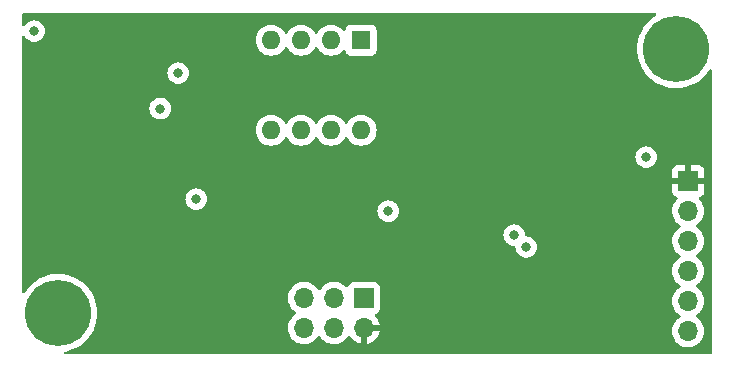
<source format=gbr>
%TF.GenerationSoftware,KiCad,Pcbnew,(6.0.1)*%
%TF.CreationDate,2022-03-15T19:28:32-04:00*%
%TF.ProjectId,WiFi-Board,57694669-2d42-46f6-9172-642e6b696361,rev?*%
%TF.SameCoordinates,Original*%
%TF.FileFunction,Copper,L2,Inr*%
%TF.FilePolarity,Positive*%
%FSLAX46Y46*%
G04 Gerber Fmt 4.6, Leading zero omitted, Abs format (unit mm)*
G04 Created by KiCad (PCBNEW (6.0.1)) date 2022-03-15 19:28:32*
%MOMM*%
%LPD*%
G01*
G04 APERTURE LIST*
%TA.AperFunction,ComponentPad*%
%ADD10R,1.700000X1.700000*%
%TD*%
%TA.AperFunction,ComponentPad*%
%ADD11O,1.700000X1.700000*%
%TD*%
%TA.AperFunction,ComponentPad*%
%ADD12C,5.600000*%
%TD*%
%TA.AperFunction,ComponentPad*%
%ADD13R,1.600000X1.600000*%
%TD*%
%TA.AperFunction,ComponentPad*%
%ADD14O,1.600000X1.600000*%
%TD*%
%TA.AperFunction,ViaPad*%
%ADD15C,0.800000*%
%TD*%
G04 APERTURE END LIST*
D10*
%TO.N,Net-(J1-Pad1)*%
%TO.C,J1*%
X130033000Y-124709000D03*
D11*
%TO.N,+3V3*%
X130033000Y-127249000D03*
%TO.N,unconnected-(J1-Pad3)*%
X127493000Y-124709000D03*
%TO.N,unconnected-(J1-Pad4)*%
X127493000Y-127249000D03*
%TO.N,unconnected-(J1-Pad5)*%
X124953000Y-124709000D03*
%TO.N,GND*%
X124953000Y-127249000D03*
%TD*%
D12*
%TO.N,GND*%
%TO.C,REF\u002A\u002A*%
X104140000Y-125984000D03*
%TD*%
%TO.N,GND*%
%TO.C,REF\u002A\u002A*%
X156464000Y-103632000D03*
%TD*%
D13*
%TO.N,/SW1*%
%TO.C,SW1*%
X129784000Y-102880000D03*
D14*
%TO.N,/SW2*%
X127244000Y-102880000D03*
%TO.N,/SW3*%
X124704000Y-102880000D03*
%TO.N,/SW4*%
X122164000Y-102880000D03*
%TO.N,Net-(R4-Pad2)*%
X122164000Y-110500000D03*
X124704000Y-110500000D03*
X127244000Y-110500000D03*
X129784000Y-110500000D03*
%TD*%
D10*
%TO.N,+3V3*%
%TO.C,J2*%
X157480000Y-114808000D03*
D11*
%TO.N,/MISO*%
X157480000Y-117348000D03*
%TO.N,/MOSI*%
X157480000Y-119888000D03*
%TO.N,/SCK*%
X157480000Y-122428000D03*
%TO.N,/~{SS}*%
X157480000Y-124968000D03*
%TO.N,GND*%
X157480000Y-127508000D03*
%TD*%
D15*
%TO.N,+3V3*%
X151384000Y-125476000D03*
X111760000Y-121412000D03*
X122936000Y-117348000D03*
X131572000Y-118872000D03*
X117348000Y-121412000D03*
X103632000Y-102108000D03*
X114808000Y-121412000D03*
%TO.N,GND*%
X115824000Y-116332000D03*
X102108000Y-102108000D03*
X132080000Y-117348000D03*
%TO.N,/MISO*%
X153924000Y-112776000D03*
%TO.N,/CTS*%
X142748000Y-119380000D03*
%TO.N,/RTS*%
X143764000Y-120396000D03*
%TO.N,/UART2*%
X114300000Y-105664000D03*
%TO.N,/UART1*%
X112776000Y-108677313D03*
%TD*%
%TA.AperFunction,Conductor*%
%TO.N,+3V3*%
G36*
X154726532Y-100604002D02*
G01*
X154773025Y-100657658D01*
X154783129Y-100727932D01*
X154753635Y-100792512D01*
X154723117Y-100818116D01*
X154611193Y-100885101D01*
X154608467Y-100887163D01*
X154608465Y-100887164D01*
X154602620Y-100891585D01*
X154325367Y-101101270D01*
X154064559Y-101347043D01*
X153831819Y-101619546D01*
X153829900Y-101622358D01*
X153829897Y-101622363D01*
X153772874Y-101705956D01*
X153629871Y-101915591D01*
X153461077Y-102231714D01*
X153327411Y-102564218D01*
X153326491Y-102567492D01*
X153326489Y-102567497D01*
X153232520Y-102901803D01*
X153230437Y-102909213D01*
X153171290Y-103262663D01*
X153150661Y-103620434D01*
X153150833Y-103623829D01*
X153150833Y-103623830D01*
X153158869Y-103782460D01*
X153168792Y-103978340D01*
X153169329Y-103981695D01*
X153169330Y-103981701D01*
X153190794Y-104115707D01*
X153225470Y-104332195D01*
X153320033Y-104677859D01*
X153451374Y-105011288D01*
X153452957Y-105014303D01*
X153602284Y-105298729D01*
X153617957Y-105328582D01*
X153619858Y-105331411D01*
X153619864Y-105331421D01*
X153720133Y-105480635D01*
X153817834Y-105626029D01*
X154048665Y-105900150D01*
X154307751Y-106147738D01*
X154592061Y-106365897D01*
X154624056Y-106385350D01*
X154895355Y-106550303D01*
X154895360Y-106550306D01*
X154898270Y-106552075D01*
X154901358Y-106553521D01*
X154901357Y-106553521D01*
X155219710Y-106702649D01*
X155219720Y-106702653D01*
X155222794Y-106704093D01*
X155226012Y-106705195D01*
X155226015Y-106705196D01*
X155558615Y-106819071D01*
X155558623Y-106819073D01*
X155561838Y-106820174D01*
X155911435Y-106898959D01*
X155963728Y-106904917D01*
X156264114Y-106939142D01*
X156264122Y-106939142D01*
X156267497Y-106939527D01*
X156270901Y-106939545D01*
X156270904Y-106939545D01*
X156465227Y-106940562D01*
X156625857Y-106941403D01*
X156629243Y-106941053D01*
X156629245Y-106941053D01*
X156978932Y-106904917D01*
X156978941Y-106904916D01*
X156982324Y-106904566D01*
X156985657Y-106903852D01*
X156985660Y-106903851D01*
X157158186Y-106866864D01*
X157332727Y-106829446D01*
X157672968Y-106716922D01*
X157999066Y-106568311D01*
X158093052Y-106512506D01*
X158304262Y-106387099D01*
X158304267Y-106387096D01*
X158307207Y-106385350D01*
X158593786Y-106170180D01*
X158855451Y-105925319D01*
X159089140Y-105653630D01*
X159262160Y-105401884D01*
X159317228Y-105357073D01*
X159387781Y-105349148D01*
X159451419Y-105380625D01*
X159487936Y-105441510D01*
X159492000Y-105473251D01*
X159492000Y-129366000D01*
X159471998Y-129434121D01*
X159418342Y-129480614D01*
X159366000Y-129492000D01*
X104748953Y-129492000D01*
X104680832Y-129471998D01*
X104634339Y-129418342D01*
X104624235Y-129348068D01*
X104653729Y-129283488D01*
X104713455Y-129245104D01*
X104722541Y-129242799D01*
X105008727Y-129181446D01*
X105348968Y-129068922D01*
X105675066Y-128920311D01*
X105775742Y-128860534D01*
X105980262Y-128739099D01*
X105980267Y-128739096D01*
X105983207Y-128737350D01*
X105986696Y-128734731D01*
X106152692Y-128610097D01*
X106269786Y-128522180D01*
X106531451Y-128277319D01*
X106765140Y-128005630D01*
X106871750Y-127850512D01*
X106966190Y-127713101D01*
X106966195Y-127713094D01*
X106968120Y-127710292D01*
X106969732Y-127707298D01*
X106969737Y-127707290D01*
X107136395Y-127397772D01*
X107138017Y-127394760D01*
X107210727Y-127215695D01*
X123590251Y-127215695D01*
X123603110Y-127438715D01*
X123604247Y-127443761D01*
X123604248Y-127443767D01*
X123620651Y-127516548D01*
X123652222Y-127656639D01*
X123736266Y-127863616D01*
X123786863Y-127946183D01*
X123850291Y-128049688D01*
X123852987Y-128054088D01*
X123999250Y-128222938D01*
X124171126Y-128365632D01*
X124364000Y-128478338D01*
X124572692Y-128558030D01*
X124577760Y-128559061D01*
X124577763Y-128559062D01*
X124672862Y-128578410D01*
X124791597Y-128602567D01*
X124796772Y-128602757D01*
X124796774Y-128602757D01*
X125009673Y-128610564D01*
X125009677Y-128610564D01*
X125014837Y-128610753D01*
X125019957Y-128610097D01*
X125019959Y-128610097D01*
X125231288Y-128583025D01*
X125231289Y-128583025D01*
X125236416Y-128582368D01*
X125241366Y-128580883D01*
X125445429Y-128519661D01*
X125445434Y-128519659D01*
X125450384Y-128518174D01*
X125650994Y-128419896D01*
X125832860Y-128290173D01*
X125991096Y-128132489D01*
X125998191Y-128122616D01*
X126121453Y-127951077D01*
X126122776Y-127952028D01*
X126169645Y-127908857D01*
X126239580Y-127896625D01*
X126305026Y-127924144D01*
X126332875Y-127955994D01*
X126392987Y-128054088D01*
X126539250Y-128222938D01*
X126711126Y-128365632D01*
X126904000Y-128478338D01*
X127112692Y-128558030D01*
X127117760Y-128559061D01*
X127117763Y-128559062D01*
X127212862Y-128578410D01*
X127331597Y-128602567D01*
X127336772Y-128602757D01*
X127336774Y-128602757D01*
X127549673Y-128610564D01*
X127549677Y-128610564D01*
X127554837Y-128610753D01*
X127559957Y-128610097D01*
X127559959Y-128610097D01*
X127771288Y-128583025D01*
X127771289Y-128583025D01*
X127776416Y-128582368D01*
X127781366Y-128580883D01*
X127985429Y-128519661D01*
X127985434Y-128519659D01*
X127990384Y-128518174D01*
X128190994Y-128419896D01*
X128372860Y-128290173D01*
X128531096Y-128132489D01*
X128538191Y-128122616D01*
X128661453Y-127951077D01*
X128662640Y-127951930D01*
X128709960Y-127908362D01*
X128779897Y-127896145D01*
X128845338Y-127923678D01*
X128873166Y-127955511D01*
X128930694Y-128049388D01*
X128936777Y-128057699D01*
X129076213Y-128218667D01*
X129083580Y-128225883D01*
X129247434Y-128361916D01*
X129255881Y-128367831D01*
X129439756Y-128475279D01*
X129449042Y-128479729D01*
X129648001Y-128555703D01*
X129657899Y-128558579D01*
X129761250Y-128579606D01*
X129775299Y-128578410D01*
X129779000Y-128568065D01*
X129779000Y-128567517D01*
X130287000Y-128567517D01*
X130291064Y-128581359D01*
X130304478Y-128583393D01*
X130311184Y-128582534D01*
X130321262Y-128580392D01*
X130525255Y-128519191D01*
X130534842Y-128515433D01*
X130726095Y-128421739D01*
X130734945Y-128416464D01*
X130908328Y-128292792D01*
X130916200Y-128286139D01*
X131067052Y-128135812D01*
X131073730Y-128127965D01*
X131198003Y-127955020D01*
X131203313Y-127946183D01*
X131297670Y-127755267D01*
X131301469Y-127745672D01*
X131363377Y-127541910D01*
X131365555Y-127531837D01*
X131366986Y-127520962D01*
X131364775Y-127506778D01*
X131351617Y-127503000D01*
X130305115Y-127503000D01*
X130289876Y-127507475D01*
X130288671Y-127508865D01*
X130287000Y-127516548D01*
X130287000Y-128567517D01*
X129779000Y-128567517D01*
X129779000Y-127474695D01*
X156117251Y-127474695D01*
X156117548Y-127479848D01*
X156117548Y-127479851D01*
X156123011Y-127574590D01*
X156130110Y-127697715D01*
X156131247Y-127702761D01*
X156131248Y-127702767D01*
X156142076Y-127750811D01*
X156179222Y-127915639D01*
X156263266Y-128122616D01*
X156271552Y-128136137D01*
X156367550Y-128292792D01*
X156379987Y-128313088D01*
X156526250Y-128481938D01*
X156698126Y-128624632D01*
X156891000Y-128737338D01*
X157099692Y-128817030D01*
X157104760Y-128818061D01*
X157104763Y-128818062D01*
X157212017Y-128839883D01*
X157318597Y-128861567D01*
X157323772Y-128861757D01*
X157323774Y-128861757D01*
X157536673Y-128869564D01*
X157536677Y-128869564D01*
X157541837Y-128869753D01*
X157546957Y-128869097D01*
X157546959Y-128869097D01*
X157758288Y-128842025D01*
X157758289Y-128842025D01*
X157763416Y-128841368D01*
X157768366Y-128839883D01*
X157972429Y-128778661D01*
X157972434Y-128778659D01*
X157977384Y-128777174D01*
X158177994Y-128678896D01*
X158359860Y-128549173D01*
X158384897Y-128524224D01*
X158441209Y-128468107D01*
X158518096Y-128391489D01*
X158577594Y-128308689D01*
X158645435Y-128214277D01*
X158648453Y-128210077D01*
X158688874Y-128128292D01*
X158745136Y-128014453D01*
X158745137Y-128014451D01*
X158747430Y-128009811D01*
X158812370Y-127796069D01*
X158841529Y-127574590D01*
X158841611Y-127571240D01*
X158843074Y-127511365D01*
X158843074Y-127511361D01*
X158843156Y-127508000D01*
X158824852Y-127285361D01*
X158770431Y-127068702D01*
X158681354Y-126863840D01*
X158584883Y-126714718D01*
X158562822Y-126680617D01*
X158562820Y-126680614D01*
X158560014Y-126676277D01*
X158409670Y-126511051D01*
X158405619Y-126507852D01*
X158405615Y-126507848D01*
X158238414Y-126375800D01*
X158238410Y-126375798D01*
X158234359Y-126372598D01*
X158193053Y-126349796D01*
X158143084Y-126299364D01*
X158128312Y-126229921D01*
X158153428Y-126163516D01*
X158180780Y-126136909D01*
X158247908Y-126089027D01*
X158359860Y-126009173D01*
X158363721Y-126005326D01*
X158464883Y-125904516D01*
X158518096Y-125851489D01*
X158577594Y-125768689D01*
X158645435Y-125674277D01*
X158648453Y-125670077D01*
X158662172Y-125642320D01*
X158745136Y-125474453D01*
X158745137Y-125474451D01*
X158747430Y-125469811D01*
X158812370Y-125256069D01*
X158841529Y-125034590D01*
X158843156Y-124968000D01*
X158824852Y-124745361D01*
X158770431Y-124528702D01*
X158681354Y-124323840D01*
X158560014Y-124136277D01*
X158409670Y-123971051D01*
X158405619Y-123967852D01*
X158405615Y-123967848D01*
X158238414Y-123835800D01*
X158238410Y-123835798D01*
X158234359Y-123832598D01*
X158193053Y-123809796D01*
X158143084Y-123759364D01*
X158128312Y-123689921D01*
X158153428Y-123623516D01*
X158180780Y-123596909D01*
X158242173Y-123553118D01*
X158359860Y-123469173D01*
X158365140Y-123463912D01*
X158476640Y-123352800D01*
X158518096Y-123311489D01*
X158570067Y-123239164D01*
X158645435Y-123134277D01*
X158648453Y-123130077D01*
X158682971Y-123060236D01*
X158745136Y-122934453D01*
X158745137Y-122934451D01*
X158747430Y-122929811D01*
X158812370Y-122716069D01*
X158841529Y-122494590D01*
X158843156Y-122428000D01*
X158824852Y-122205361D01*
X158770431Y-121988702D01*
X158681354Y-121783840D01*
X158560014Y-121596277D01*
X158409670Y-121431051D01*
X158405619Y-121427852D01*
X158405615Y-121427848D01*
X158238414Y-121295800D01*
X158238410Y-121295798D01*
X158234359Y-121292598D01*
X158193053Y-121269796D01*
X158143084Y-121219364D01*
X158128312Y-121149921D01*
X158153428Y-121083516D01*
X158180780Y-121056909D01*
X158224603Y-121025650D01*
X158359860Y-120929173D01*
X158518096Y-120771489D01*
X158577594Y-120688689D01*
X158645435Y-120594277D01*
X158648453Y-120590077D01*
X158741738Y-120401329D01*
X158745136Y-120394453D01*
X158745137Y-120394451D01*
X158747430Y-120389811D01*
X158812370Y-120176069D01*
X158841529Y-119954590D01*
X158843156Y-119888000D01*
X158824852Y-119665361D01*
X158770431Y-119448702D01*
X158681354Y-119243840D01*
X158560014Y-119056277D01*
X158409670Y-118891051D01*
X158405619Y-118887852D01*
X158405615Y-118887848D01*
X158238414Y-118755800D01*
X158238410Y-118755798D01*
X158234359Y-118752598D01*
X158193053Y-118729796D01*
X158143084Y-118679364D01*
X158128312Y-118609921D01*
X158153428Y-118543516D01*
X158180780Y-118516909D01*
X158244441Y-118471500D01*
X158359860Y-118389173D01*
X158518096Y-118231489D01*
X158527670Y-118218166D01*
X158645435Y-118054277D01*
X158648453Y-118050077D01*
X158658006Y-118030749D01*
X158745136Y-117854453D01*
X158745137Y-117854451D01*
X158747430Y-117849811D01*
X158812370Y-117636069D01*
X158841529Y-117414590D01*
X158843156Y-117348000D01*
X158824852Y-117125361D01*
X158770431Y-116908702D01*
X158681354Y-116703840D01*
X158641906Y-116642862D01*
X158562822Y-116520617D01*
X158562820Y-116520614D01*
X158560014Y-116516277D01*
X158556540Y-116512459D01*
X158556533Y-116512450D01*
X158412435Y-116354088D01*
X158381383Y-116290242D01*
X158389779Y-116219744D01*
X158434956Y-116164976D01*
X158461400Y-116151307D01*
X158568052Y-116111325D01*
X158583649Y-116102786D01*
X158685724Y-116026285D01*
X158698285Y-116013724D01*
X158774786Y-115911649D01*
X158783324Y-115896054D01*
X158828478Y-115775606D01*
X158832105Y-115760351D01*
X158837631Y-115709486D01*
X158838000Y-115702672D01*
X158838000Y-115080115D01*
X158833525Y-115064876D01*
X158832135Y-115063671D01*
X158824452Y-115062000D01*
X156140116Y-115062000D01*
X156124877Y-115066475D01*
X156123672Y-115067865D01*
X156122001Y-115075548D01*
X156122001Y-115702669D01*
X156122371Y-115709490D01*
X156127895Y-115760352D01*
X156131521Y-115775604D01*
X156176676Y-115896054D01*
X156185214Y-115911649D01*
X156261715Y-116013724D01*
X156274276Y-116026285D01*
X156376351Y-116102786D01*
X156391946Y-116111324D01*
X156500827Y-116152142D01*
X156557591Y-116194784D01*
X156582291Y-116261345D01*
X156567083Y-116330694D01*
X156547691Y-116357175D01*
X156432387Y-116477834D01*
X156420629Y-116490138D01*
X156294743Y-116674680D01*
X156200688Y-116877305D01*
X156140989Y-117092570D01*
X156117251Y-117314695D01*
X156117548Y-117319848D01*
X156117548Y-117319851D01*
X156123011Y-117414590D01*
X156130110Y-117537715D01*
X156131247Y-117542761D01*
X156131248Y-117542767D01*
X156151119Y-117630939D01*
X156179222Y-117755639D01*
X156263266Y-117962616D01*
X156265965Y-117967020D01*
X156373072Y-118141803D01*
X156379987Y-118153088D01*
X156526250Y-118321938D01*
X156698126Y-118464632D01*
X156768595Y-118505811D01*
X156771445Y-118507476D01*
X156820169Y-118559114D01*
X156833240Y-118628897D01*
X156806509Y-118694669D01*
X156766055Y-118728027D01*
X156753607Y-118734507D01*
X156749474Y-118737610D01*
X156749471Y-118737612D01*
X156609033Y-118843056D01*
X156574965Y-118868635D01*
X156420629Y-119030138D01*
X156294743Y-119214680D01*
X156279003Y-119248590D01*
X156221052Y-119373435D01*
X156200688Y-119417305D01*
X156140989Y-119632570D01*
X156117251Y-119854695D01*
X156117548Y-119859848D01*
X156117548Y-119859851D01*
X156123011Y-119954590D01*
X156130110Y-120077715D01*
X156131247Y-120082761D01*
X156131248Y-120082767D01*
X156151765Y-120173803D01*
X156179222Y-120295639D01*
X156263266Y-120502616D01*
X156379987Y-120693088D01*
X156526250Y-120861938D01*
X156698126Y-121004632D01*
X156768595Y-121045811D01*
X156771445Y-121047476D01*
X156820169Y-121099114D01*
X156833240Y-121168897D01*
X156806509Y-121234669D01*
X156766055Y-121268027D01*
X156753607Y-121274507D01*
X156749474Y-121277610D01*
X156749471Y-121277612D01*
X156725247Y-121295800D01*
X156574965Y-121408635D01*
X156420629Y-121570138D01*
X156294743Y-121754680D01*
X156200688Y-121957305D01*
X156140989Y-122172570D01*
X156117251Y-122394695D01*
X156117548Y-122399848D01*
X156117548Y-122399851D01*
X156123011Y-122494590D01*
X156130110Y-122617715D01*
X156131247Y-122622761D01*
X156131248Y-122622767D01*
X156143061Y-122675182D01*
X156179222Y-122835639D01*
X156263266Y-123042616D01*
X156379987Y-123233088D01*
X156526250Y-123401938D01*
X156698126Y-123544632D01*
X156747696Y-123573598D01*
X156771445Y-123587476D01*
X156820169Y-123639114D01*
X156833240Y-123708897D01*
X156806509Y-123774669D01*
X156766055Y-123808027D01*
X156753607Y-123814507D01*
X156749474Y-123817610D01*
X156749471Y-123817612D01*
X156579100Y-123945530D01*
X156574965Y-123948635D01*
X156544279Y-123980746D01*
X156466830Y-124061792D01*
X156420629Y-124110138D01*
X156417715Y-124114410D01*
X156417714Y-124114411D01*
X156345409Y-124220406D01*
X156294743Y-124294680D01*
X156279003Y-124328590D01*
X156218605Y-124458707D01*
X156200688Y-124497305D01*
X156140989Y-124712570D01*
X156117251Y-124934695D01*
X156117548Y-124939848D01*
X156117548Y-124939851D01*
X156123011Y-125034590D01*
X156130110Y-125157715D01*
X156131247Y-125162761D01*
X156131248Y-125162767D01*
X156138891Y-125196680D01*
X156179222Y-125375639D01*
X156263266Y-125582616D01*
X156287888Y-125622795D01*
X156365945Y-125750173D01*
X156379987Y-125773088D01*
X156526250Y-125941938D01*
X156698126Y-126084632D01*
X156768595Y-126125811D01*
X156771445Y-126127476D01*
X156820169Y-126179114D01*
X156833240Y-126248897D01*
X156806509Y-126314669D01*
X156766055Y-126348027D01*
X156753607Y-126354507D01*
X156749474Y-126357610D01*
X156749471Y-126357612D01*
X156663813Y-126421926D01*
X156574965Y-126488635D01*
X156571393Y-126492373D01*
X156459164Y-126609814D01*
X156420629Y-126650138D01*
X156417715Y-126654410D01*
X156417714Y-126654411D01*
X156345409Y-126760406D01*
X156294743Y-126834680D01*
X156279003Y-126868590D01*
X156218605Y-126998707D01*
X156200688Y-127037305D01*
X156140989Y-127252570D01*
X156117251Y-127474695D01*
X129779000Y-127474695D01*
X129779000Y-127121000D01*
X129799002Y-127052879D01*
X129852658Y-127006386D01*
X129905000Y-126995000D01*
X131351344Y-126995000D01*
X131364875Y-126991027D01*
X131366180Y-126981947D01*
X131324214Y-126814875D01*
X131320894Y-126805124D01*
X131235972Y-126609814D01*
X131231105Y-126600739D01*
X131115426Y-126421926D01*
X131109136Y-126413757D01*
X130965293Y-126255677D01*
X130934241Y-126191831D01*
X130942635Y-126121333D01*
X130987812Y-126066564D01*
X131014256Y-126052895D01*
X131121297Y-126012767D01*
X131129705Y-126009615D01*
X131246261Y-125922261D01*
X131333615Y-125805705D01*
X131384745Y-125669316D01*
X131391500Y-125607134D01*
X131391500Y-123810866D01*
X131384745Y-123748684D01*
X131333615Y-123612295D01*
X131246261Y-123495739D01*
X131129705Y-123408385D01*
X130993316Y-123357255D01*
X130931134Y-123350500D01*
X129134866Y-123350500D01*
X129072684Y-123357255D01*
X128936295Y-123408385D01*
X128819739Y-123495739D01*
X128732385Y-123612295D01*
X128729233Y-123620703D01*
X128687919Y-123730907D01*
X128645277Y-123787671D01*
X128578716Y-123812371D01*
X128509367Y-123797163D01*
X128476743Y-123771476D01*
X128426151Y-123715875D01*
X128426142Y-123715866D01*
X128422670Y-123712051D01*
X128418619Y-123708852D01*
X128418615Y-123708848D01*
X128251414Y-123576800D01*
X128251410Y-123576798D01*
X128247359Y-123573598D01*
X128051789Y-123465638D01*
X128046920Y-123463914D01*
X128046916Y-123463912D01*
X127846087Y-123392795D01*
X127846083Y-123392794D01*
X127841212Y-123391069D01*
X127836119Y-123390162D01*
X127836116Y-123390161D01*
X127626373Y-123352800D01*
X127626367Y-123352799D01*
X127621284Y-123351894D01*
X127547452Y-123350992D01*
X127403081Y-123349228D01*
X127403079Y-123349228D01*
X127397911Y-123349165D01*
X127177091Y-123382955D01*
X126964756Y-123452357D01*
X126934443Y-123468137D01*
X126787498Y-123544632D01*
X126766607Y-123555507D01*
X126762474Y-123558610D01*
X126762471Y-123558612D01*
X126592100Y-123686530D01*
X126587965Y-123689635D01*
X126554515Y-123724638D01*
X126453730Y-123830104D01*
X126433629Y-123851138D01*
X126326201Y-124008621D01*
X126271293Y-124053621D01*
X126200768Y-124061792D01*
X126137021Y-124030538D01*
X126116324Y-124006054D01*
X126035822Y-123881617D01*
X126035820Y-123881614D01*
X126033014Y-123877277D01*
X125882670Y-123712051D01*
X125878619Y-123708852D01*
X125878615Y-123708848D01*
X125711414Y-123576800D01*
X125711410Y-123576798D01*
X125707359Y-123573598D01*
X125511789Y-123465638D01*
X125506920Y-123463914D01*
X125506916Y-123463912D01*
X125306087Y-123392795D01*
X125306083Y-123392794D01*
X125301212Y-123391069D01*
X125296119Y-123390162D01*
X125296116Y-123390161D01*
X125086373Y-123352800D01*
X125086367Y-123352799D01*
X125081284Y-123351894D01*
X125007452Y-123350992D01*
X124863081Y-123349228D01*
X124863079Y-123349228D01*
X124857911Y-123349165D01*
X124637091Y-123382955D01*
X124424756Y-123452357D01*
X124394443Y-123468137D01*
X124247498Y-123544632D01*
X124226607Y-123555507D01*
X124222474Y-123558610D01*
X124222471Y-123558612D01*
X124052100Y-123686530D01*
X124047965Y-123689635D01*
X124014515Y-123724638D01*
X123913730Y-123830104D01*
X123893629Y-123851138D01*
X123767743Y-124035680D01*
X123673688Y-124238305D01*
X123613989Y-124453570D01*
X123590251Y-124675695D01*
X123603110Y-124898715D01*
X123604247Y-124903761D01*
X123604248Y-124903767D01*
X123628304Y-125010508D01*
X123652222Y-125116639D01*
X123736266Y-125323616D01*
X123773685Y-125384678D01*
X123850291Y-125509688D01*
X123852987Y-125514088D01*
X123999250Y-125682938D01*
X124171126Y-125825632D01*
X124208193Y-125847292D01*
X124244445Y-125868476D01*
X124293169Y-125920114D01*
X124306240Y-125989897D01*
X124279509Y-126055669D01*
X124239055Y-126089027D01*
X124226607Y-126095507D01*
X124222474Y-126098610D01*
X124222471Y-126098612D01*
X124052100Y-126226530D01*
X124047965Y-126229635D01*
X124014515Y-126264638D01*
X123913730Y-126370104D01*
X123893629Y-126391138D01*
X123767743Y-126575680D01*
X123673688Y-126778305D01*
X123613989Y-126993570D01*
X123590251Y-127215695D01*
X107210727Y-127215695D01*
X107272842Y-127062724D01*
X107275647Y-127052879D01*
X107329496Y-126863840D01*
X107371020Y-126718070D01*
X107378817Y-126672457D01*
X107430829Y-126368175D01*
X107430829Y-126368173D01*
X107431401Y-126364828D01*
X107431843Y-126357612D01*
X107453168Y-126008928D01*
X107453278Y-126007131D01*
X107453330Y-125992357D01*
X107453353Y-125985819D01*
X107453353Y-125985806D01*
X107453359Y-125984000D01*
X107433979Y-125626159D01*
X107376066Y-125272505D01*
X107280297Y-124927173D01*
X107275938Y-124916218D01*
X107149052Y-124597369D01*
X107147793Y-124594205D01*
X107094001Y-124492610D01*
X106981702Y-124280513D01*
X106981698Y-124280506D01*
X106980103Y-124277494D01*
X106779190Y-123980746D01*
X106547403Y-123707432D01*
X106287454Y-123460750D01*
X106002384Y-123243585D01*
X105999472Y-123241828D01*
X105999467Y-123241825D01*
X105698443Y-123060236D01*
X105698437Y-123060233D01*
X105695528Y-123058478D01*
X105428340Y-122934453D01*
X105373571Y-122909030D01*
X105373569Y-122909029D01*
X105370475Y-122907593D01*
X105157895Y-122835639D01*
X105034255Y-122793789D01*
X105034250Y-122793788D01*
X105031028Y-122792697D01*
X104832681Y-122748724D01*
X104684493Y-122715871D01*
X104684487Y-122715870D01*
X104681158Y-122715132D01*
X104677769Y-122714758D01*
X104677764Y-122714757D01*
X104328338Y-122676180D01*
X104328333Y-122676180D01*
X104324957Y-122675807D01*
X104321558Y-122675801D01*
X104321557Y-122675801D01*
X104152080Y-122675505D01*
X103966592Y-122675182D01*
X103853413Y-122687277D01*
X103613639Y-122712901D01*
X103613631Y-122712902D01*
X103610256Y-122713263D01*
X103260117Y-122789606D01*
X102920271Y-122903317D01*
X102917178Y-122904739D01*
X102917177Y-122904740D01*
X102910974Y-122907593D01*
X102594694Y-123053066D01*
X102591760Y-123054822D01*
X102591758Y-123054823D01*
X102466018Y-123130077D01*
X102287193Y-123237101D01*
X102284467Y-123239163D01*
X102284465Y-123239164D01*
X102135410Y-123351894D01*
X102001367Y-123453270D01*
X101998882Y-123455612D01*
X101998877Y-123455616D01*
X101962010Y-123490358D01*
X101740559Y-123699043D01*
X101738347Y-123701633D01*
X101738345Y-123701635D01*
X101704481Y-123741285D01*
X101507819Y-123971546D01*
X101505900Y-123974358D01*
X101505897Y-123974363D01*
X101465113Y-124034150D01*
X101338059Y-124220406D01*
X101322088Y-124243818D01*
X101267177Y-124288821D01*
X101196652Y-124296992D01*
X101132905Y-124265738D01*
X101096175Y-124204981D01*
X101092000Y-124172814D01*
X101092000Y-119380000D01*
X141834496Y-119380000D01*
X141835186Y-119386565D01*
X141849824Y-119525834D01*
X141854458Y-119569928D01*
X141913473Y-119751556D01*
X142008960Y-119916944D01*
X142013378Y-119921851D01*
X142013379Y-119921852D01*
X142045844Y-119957908D01*
X142136747Y-120058866D01*
X142291248Y-120171118D01*
X142297276Y-120173802D01*
X142297278Y-120173803D01*
X142369756Y-120206072D01*
X142465712Y-120248794D01*
X142559112Y-120268647D01*
X142646056Y-120287128D01*
X142646061Y-120287128D01*
X142652513Y-120288500D01*
X142725746Y-120288500D01*
X142793867Y-120308502D01*
X142840360Y-120362158D01*
X142851056Y-120401329D01*
X142862165Y-120507020D01*
X142870458Y-120585928D01*
X142929473Y-120767556D01*
X143024960Y-120932944D01*
X143029378Y-120937851D01*
X143029379Y-120937852D01*
X143148325Y-121069955D01*
X143152747Y-121074866D01*
X143307248Y-121187118D01*
X143313276Y-121189802D01*
X143313278Y-121189803D01*
X143475681Y-121262109D01*
X143481712Y-121264794D01*
X143542016Y-121277612D01*
X143662056Y-121303128D01*
X143662061Y-121303128D01*
X143668513Y-121304500D01*
X143859487Y-121304500D01*
X143865939Y-121303128D01*
X143865944Y-121303128D01*
X143985984Y-121277612D01*
X144046288Y-121264794D01*
X144052319Y-121262109D01*
X144214722Y-121189803D01*
X144214724Y-121189802D01*
X144220752Y-121187118D01*
X144375253Y-121074866D01*
X144379675Y-121069955D01*
X144498621Y-120937852D01*
X144498622Y-120937851D01*
X144503040Y-120932944D01*
X144598527Y-120767556D01*
X144657542Y-120585928D01*
X144665836Y-120507020D01*
X144676814Y-120402565D01*
X144677504Y-120396000D01*
X144666426Y-120290596D01*
X144658232Y-120212635D01*
X144658232Y-120212633D01*
X144657542Y-120206072D01*
X144598527Y-120024444D01*
X144503040Y-119859056D01*
X144375253Y-119717134D01*
X144220752Y-119604882D01*
X144214724Y-119602198D01*
X144214722Y-119602197D01*
X144052319Y-119529891D01*
X144052318Y-119529891D01*
X144046288Y-119527206D01*
X143952887Y-119507353D01*
X143865944Y-119488872D01*
X143865939Y-119488872D01*
X143859487Y-119487500D01*
X143786254Y-119487500D01*
X143718133Y-119467498D01*
X143671640Y-119413842D01*
X143660944Y-119374671D01*
X143642232Y-119196634D01*
X143642231Y-119196631D01*
X143641542Y-119190072D01*
X143582527Y-119008444D01*
X143487040Y-118843056D01*
X143408475Y-118755800D01*
X143363675Y-118706045D01*
X143363674Y-118706044D01*
X143359253Y-118701134D01*
X143247303Y-118619797D01*
X143210094Y-118592763D01*
X143210093Y-118592762D01*
X143204752Y-118588882D01*
X143198724Y-118586198D01*
X143198722Y-118586197D01*
X143036319Y-118513891D01*
X143036318Y-118513891D01*
X143030288Y-118511206D01*
X142936887Y-118491353D01*
X142849944Y-118472872D01*
X142849939Y-118472872D01*
X142843487Y-118471500D01*
X142652513Y-118471500D01*
X142646061Y-118472872D01*
X142646056Y-118472872D01*
X142559113Y-118491353D01*
X142465712Y-118511206D01*
X142459682Y-118513891D01*
X142459681Y-118513891D01*
X142297278Y-118586197D01*
X142297276Y-118586198D01*
X142291248Y-118588882D01*
X142285907Y-118592762D01*
X142285906Y-118592763D01*
X142248697Y-118619797D01*
X142136747Y-118701134D01*
X142132326Y-118706044D01*
X142132325Y-118706045D01*
X142087526Y-118755800D01*
X142008960Y-118843056D01*
X141913473Y-119008444D01*
X141854458Y-119190072D01*
X141853768Y-119196633D01*
X141853768Y-119196635D01*
X141835186Y-119373435D01*
X141834496Y-119380000D01*
X101092000Y-119380000D01*
X101092000Y-117348000D01*
X131166496Y-117348000D01*
X131167186Y-117354565D01*
X131173844Y-117417908D01*
X131186458Y-117537928D01*
X131245473Y-117719556D01*
X131248776Y-117725278D01*
X131248777Y-117725279D01*
X131269069Y-117760425D01*
X131340960Y-117884944D01*
X131468747Y-118026866D01*
X131623248Y-118139118D01*
X131629276Y-118141802D01*
X131629278Y-118141803D01*
X131654625Y-118153088D01*
X131797712Y-118216794D01*
X131884009Y-118235137D01*
X131978056Y-118255128D01*
X131978061Y-118255128D01*
X131984513Y-118256500D01*
X132175487Y-118256500D01*
X132181939Y-118255128D01*
X132181944Y-118255128D01*
X132275991Y-118235137D01*
X132362288Y-118216794D01*
X132505375Y-118153088D01*
X132530722Y-118141803D01*
X132530724Y-118141802D01*
X132536752Y-118139118D01*
X132691253Y-118026866D01*
X132819040Y-117884944D01*
X132890931Y-117760425D01*
X132911223Y-117725279D01*
X132911224Y-117725278D01*
X132914527Y-117719556D01*
X132973542Y-117537928D01*
X132986157Y-117417908D01*
X132992814Y-117354565D01*
X132993504Y-117348000D01*
X132989464Y-117309562D01*
X132974232Y-117164635D01*
X132974232Y-117164633D01*
X132973542Y-117158072D01*
X132914527Y-116976444D01*
X132819040Y-116811056D01*
X132722503Y-116703840D01*
X132695675Y-116674045D01*
X132695674Y-116674044D01*
X132691253Y-116669134D01*
X132536752Y-116556882D01*
X132530724Y-116554198D01*
X132530722Y-116554197D01*
X132368319Y-116481891D01*
X132368318Y-116481891D01*
X132362288Y-116479206D01*
X132268887Y-116459353D01*
X132181944Y-116440872D01*
X132181939Y-116440872D01*
X132175487Y-116439500D01*
X131984513Y-116439500D01*
X131978061Y-116440872D01*
X131978056Y-116440872D01*
X131891113Y-116459353D01*
X131797712Y-116479206D01*
X131791682Y-116481891D01*
X131791681Y-116481891D01*
X131629278Y-116554197D01*
X131629276Y-116554198D01*
X131623248Y-116556882D01*
X131468747Y-116669134D01*
X131464326Y-116674044D01*
X131464325Y-116674045D01*
X131437498Y-116703840D01*
X131340960Y-116811056D01*
X131245473Y-116976444D01*
X131186458Y-117158072D01*
X131185768Y-117164633D01*
X131185768Y-117164635D01*
X131170536Y-117309562D01*
X131166496Y-117348000D01*
X101092000Y-117348000D01*
X101092000Y-116332000D01*
X114910496Y-116332000D01*
X114911186Y-116338565D01*
X114925824Y-116477834D01*
X114930458Y-116521928D01*
X114989473Y-116703556D01*
X115084960Y-116868944D01*
X115212747Y-117010866D01*
X115367248Y-117123118D01*
X115373276Y-117125802D01*
X115373278Y-117125803D01*
X115445756Y-117158072D01*
X115541712Y-117200794D01*
X115635112Y-117220647D01*
X115722056Y-117239128D01*
X115722061Y-117239128D01*
X115728513Y-117240500D01*
X115919487Y-117240500D01*
X115925939Y-117239128D01*
X115925944Y-117239128D01*
X116012888Y-117220647D01*
X116106288Y-117200794D01*
X116202244Y-117158072D01*
X116274722Y-117125803D01*
X116274724Y-117125802D01*
X116280752Y-117123118D01*
X116435253Y-117010866D01*
X116563040Y-116868944D01*
X116658527Y-116703556D01*
X116717542Y-116521928D01*
X116722177Y-116477834D01*
X116736814Y-116338565D01*
X116737504Y-116332000D01*
X116725706Y-116219744D01*
X116718232Y-116148635D01*
X116718232Y-116148633D01*
X116717542Y-116142072D01*
X116658527Y-115960444D01*
X116563040Y-115795056D01*
X116545526Y-115775604D01*
X116439675Y-115658045D01*
X116439674Y-115658044D01*
X116435253Y-115653134D01*
X116280752Y-115540882D01*
X116274724Y-115538198D01*
X116274722Y-115538197D01*
X116112319Y-115465891D01*
X116112318Y-115465891D01*
X116106288Y-115463206D01*
X116012887Y-115443353D01*
X115925944Y-115424872D01*
X115925939Y-115424872D01*
X115919487Y-115423500D01*
X115728513Y-115423500D01*
X115722061Y-115424872D01*
X115722056Y-115424872D01*
X115635113Y-115443353D01*
X115541712Y-115463206D01*
X115535682Y-115465891D01*
X115535681Y-115465891D01*
X115373278Y-115538197D01*
X115373276Y-115538198D01*
X115367248Y-115540882D01*
X115212747Y-115653134D01*
X115208326Y-115658044D01*
X115208325Y-115658045D01*
X115102475Y-115775604D01*
X115084960Y-115795056D01*
X114989473Y-115960444D01*
X114930458Y-116142072D01*
X114929768Y-116148633D01*
X114929768Y-116148635D01*
X114922294Y-116219744D01*
X114910496Y-116332000D01*
X101092000Y-116332000D01*
X101092000Y-114535885D01*
X156122000Y-114535885D01*
X156126475Y-114551124D01*
X156127865Y-114552329D01*
X156135548Y-114554000D01*
X157207885Y-114554000D01*
X157223124Y-114549525D01*
X157224329Y-114548135D01*
X157226000Y-114540452D01*
X157226000Y-114535885D01*
X157734000Y-114535885D01*
X157738475Y-114551124D01*
X157739865Y-114552329D01*
X157747548Y-114554000D01*
X158819884Y-114554000D01*
X158835123Y-114549525D01*
X158836328Y-114548135D01*
X158837999Y-114540452D01*
X158837999Y-113913331D01*
X158837629Y-113906510D01*
X158832105Y-113855648D01*
X158828479Y-113840396D01*
X158783324Y-113719946D01*
X158774786Y-113704351D01*
X158698285Y-113602276D01*
X158685724Y-113589715D01*
X158583649Y-113513214D01*
X158568054Y-113504676D01*
X158447606Y-113459522D01*
X158432351Y-113455895D01*
X158381486Y-113450369D01*
X158374672Y-113450000D01*
X157752115Y-113450000D01*
X157736876Y-113454475D01*
X157735671Y-113455865D01*
X157734000Y-113463548D01*
X157734000Y-114535885D01*
X157226000Y-114535885D01*
X157226000Y-113468116D01*
X157221525Y-113452877D01*
X157220135Y-113451672D01*
X157212452Y-113450001D01*
X156585331Y-113450001D01*
X156578510Y-113450371D01*
X156527648Y-113455895D01*
X156512396Y-113459521D01*
X156391946Y-113504676D01*
X156376351Y-113513214D01*
X156274276Y-113589715D01*
X156261715Y-113602276D01*
X156185214Y-113704351D01*
X156176676Y-113719946D01*
X156131522Y-113840394D01*
X156127895Y-113855649D01*
X156122369Y-113906514D01*
X156122000Y-113913328D01*
X156122000Y-114535885D01*
X101092000Y-114535885D01*
X101092000Y-112776000D01*
X153010496Y-112776000D01*
X153030458Y-112965928D01*
X153089473Y-113147556D01*
X153184960Y-113312944D01*
X153312747Y-113454866D01*
X153467248Y-113567118D01*
X153473276Y-113569802D01*
X153473278Y-113569803D01*
X153635681Y-113642109D01*
X153641712Y-113644794D01*
X153735112Y-113664647D01*
X153822056Y-113683128D01*
X153822061Y-113683128D01*
X153828513Y-113684500D01*
X154019487Y-113684500D01*
X154025939Y-113683128D01*
X154025944Y-113683128D01*
X154112887Y-113664647D01*
X154206288Y-113644794D01*
X154212319Y-113642109D01*
X154374722Y-113569803D01*
X154374724Y-113569802D01*
X154380752Y-113567118D01*
X154535253Y-113454866D01*
X154663040Y-113312944D01*
X154758527Y-113147556D01*
X154817542Y-112965928D01*
X154837504Y-112776000D01*
X154817542Y-112586072D01*
X154758527Y-112404444D01*
X154663040Y-112239056D01*
X154535253Y-112097134D01*
X154380752Y-111984882D01*
X154374724Y-111982198D01*
X154374722Y-111982197D01*
X154212319Y-111909891D01*
X154212318Y-111909891D01*
X154206288Y-111907206D01*
X154112887Y-111887353D01*
X154025944Y-111868872D01*
X154025939Y-111868872D01*
X154019487Y-111867500D01*
X153828513Y-111867500D01*
X153822061Y-111868872D01*
X153822056Y-111868872D01*
X153735113Y-111887353D01*
X153641712Y-111907206D01*
X153635682Y-111909891D01*
X153635681Y-111909891D01*
X153473278Y-111982197D01*
X153473276Y-111982198D01*
X153467248Y-111984882D01*
X153312747Y-112097134D01*
X153184960Y-112239056D01*
X153089473Y-112404444D01*
X153030458Y-112586072D01*
X153010496Y-112776000D01*
X101092000Y-112776000D01*
X101092000Y-110500000D01*
X120850502Y-110500000D01*
X120870457Y-110728087D01*
X120929716Y-110949243D01*
X120932039Y-110954224D01*
X120932039Y-110954225D01*
X121024151Y-111151762D01*
X121024154Y-111151767D01*
X121026477Y-111156749D01*
X121157802Y-111344300D01*
X121319700Y-111506198D01*
X121324208Y-111509355D01*
X121324211Y-111509357D01*
X121402389Y-111564098D01*
X121507251Y-111637523D01*
X121512233Y-111639846D01*
X121512238Y-111639849D01*
X121709775Y-111731961D01*
X121714757Y-111734284D01*
X121720065Y-111735706D01*
X121720067Y-111735707D01*
X121930598Y-111792119D01*
X121930600Y-111792119D01*
X121935913Y-111793543D01*
X122164000Y-111813498D01*
X122392087Y-111793543D01*
X122397400Y-111792119D01*
X122397402Y-111792119D01*
X122607933Y-111735707D01*
X122607935Y-111735706D01*
X122613243Y-111734284D01*
X122618225Y-111731961D01*
X122815762Y-111639849D01*
X122815767Y-111639846D01*
X122820749Y-111637523D01*
X122925611Y-111564098D01*
X123003789Y-111509357D01*
X123003792Y-111509355D01*
X123008300Y-111506198D01*
X123170198Y-111344300D01*
X123301523Y-111156749D01*
X123303846Y-111151767D01*
X123303849Y-111151762D01*
X123319805Y-111117543D01*
X123366722Y-111064258D01*
X123434999Y-111044797D01*
X123502959Y-111065339D01*
X123548195Y-111117543D01*
X123564151Y-111151762D01*
X123564154Y-111151767D01*
X123566477Y-111156749D01*
X123697802Y-111344300D01*
X123859700Y-111506198D01*
X123864208Y-111509355D01*
X123864211Y-111509357D01*
X123942389Y-111564098D01*
X124047251Y-111637523D01*
X124052233Y-111639846D01*
X124052238Y-111639849D01*
X124249775Y-111731961D01*
X124254757Y-111734284D01*
X124260065Y-111735706D01*
X124260067Y-111735707D01*
X124470598Y-111792119D01*
X124470600Y-111792119D01*
X124475913Y-111793543D01*
X124704000Y-111813498D01*
X124932087Y-111793543D01*
X124937400Y-111792119D01*
X124937402Y-111792119D01*
X125147933Y-111735707D01*
X125147935Y-111735706D01*
X125153243Y-111734284D01*
X125158225Y-111731961D01*
X125355762Y-111639849D01*
X125355767Y-111639846D01*
X125360749Y-111637523D01*
X125465611Y-111564098D01*
X125543789Y-111509357D01*
X125543792Y-111509355D01*
X125548300Y-111506198D01*
X125710198Y-111344300D01*
X125841523Y-111156749D01*
X125843846Y-111151767D01*
X125843849Y-111151762D01*
X125859805Y-111117543D01*
X125906722Y-111064258D01*
X125974999Y-111044797D01*
X126042959Y-111065339D01*
X126088195Y-111117543D01*
X126104151Y-111151762D01*
X126104154Y-111151767D01*
X126106477Y-111156749D01*
X126237802Y-111344300D01*
X126399700Y-111506198D01*
X126404208Y-111509355D01*
X126404211Y-111509357D01*
X126482389Y-111564098D01*
X126587251Y-111637523D01*
X126592233Y-111639846D01*
X126592238Y-111639849D01*
X126789775Y-111731961D01*
X126794757Y-111734284D01*
X126800065Y-111735706D01*
X126800067Y-111735707D01*
X127010598Y-111792119D01*
X127010600Y-111792119D01*
X127015913Y-111793543D01*
X127244000Y-111813498D01*
X127472087Y-111793543D01*
X127477400Y-111792119D01*
X127477402Y-111792119D01*
X127687933Y-111735707D01*
X127687935Y-111735706D01*
X127693243Y-111734284D01*
X127698225Y-111731961D01*
X127895762Y-111639849D01*
X127895767Y-111639846D01*
X127900749Y-111637523D01*
X128005611Y-111564098D01*
X128083789Y-111509357D01*
X128083792Y-111509355D01*
X128088300Y-111506198D01*
X128250198Y-111344300D01*
X128381523Y-111156749D01*
X128383846Y-111151767D01*
X128383849Y-111151762D01*
X128399805Y-111117543D01*
X128446722Y-111064258D01*
X128514999Y-111044797D01*
X128582959Y-111065339D01*
X128628195Y-111117543D01*
X128644151Y-111151762D01*
X128644154Y-111151767D01*
X128646477Y-111156749D01*
X128777802Y-111344300D01*
X128939700Y-111506198D01*
X128944208Y-111509355D01*
X128944211Y-111509357D01*
X129022389Y-111564098D01*
X129127251Y-111637523D01*
X129132233Y-111639846D01*
X129132238Y-111639849D01*
X129329775Y-111731961D01*
X129334757Y-111734284D01*
X129340065Y-111735706D01*
X129340067Y-111735707D01*
X129550598Y-111792119D01*
X129550600Y-111792119D01*
X129555913Y-111793543D01*
X129784000Y-111813498D01*
X130012087Y-111793543D01*
X130017400Y-111792119D01*
X130017402Y-111792119D01*
X130227933Y-111735707D01*
X130227935Y-111735706D01*
X130233243Y-111734284D01*
X130238225Y-111731961D01*
X130435762Y-111639849D01*
X130435767Y-111639846D01*
X130440749Y-111637523D01*
X130545611Y-111564098D01*
X130623789Y-111509357D01*
X130623792Y-111509355D01*
X130628300Y-111506198D01*
X130790198Y-111344300D01*
X130921523Y-111156749D01*
X130923846Y-111151767D01*
X130923849Y-111151762D01*
X131015961Y-110954225D01*
X131015961Y-110954224D01*
X131018284Y-110949243D01*
X131077543Y-110728087D01*
X131097498Y-110500000D01*
X131077543Y-110271913D01*
X131018284Y-110050757D01*
X130939805Y-109882457D01*
X130923849Y-109848238D01*
X130923846Y-109848233D01*
X130921523Y-109843251D01*
X130790198Y-109655700D01*
X130628300Y-109493802D01*
X130623792Y-109490645D01*
X130623789Y-109490643D01*
X130545611Y-109435902D01*
X130440749Y-109362477D01*
X130435767Y-109360154D01*
X130435762Y-109360151D01*
X130238225Y-109268039D01*
X130238224Y-109268039D01*
X130233243Y-109265716D01*
X130227935Y-109264294D01*
X130227933Y-109264293D01*
X130017402Y-109207881D01*
X130017400Y-109207881D01*
X130012087Y-109206457D01*
X129784000Y-109186502D01*
X129555913Y-109206457D01*
X129550600Y-109207881D01*
X129550598Y-109207881D01*
X129340067Y-109264293D01*
X129340065Y-109264294D01*
X129334757Y-109265716D01*
X129329776Y-109268039D01*
X129329775Y-109268039D01*
X129132238Y-109360151D01*
X129132233Y-109360154D01*
X129127251Y-109362477D01*
X129022389Y-109435902D01*
X128944211Y-109490643D01*
X128944208Y-109490645D01*
X128939700Y-109493802D01*
X128777802Y-109655700D01*
X128646477Y-109843251D01*
X128644154Y-109848233D01*
X128644151Y-109848238D01*
X128628195Y-109882457D01*
X128581278Y-109935742D01*
X128513001Y-109955203D01*
X128445041Y-109934661D01*
X128399805Y-109882457D01*
X128383849Y-109848238D01*
X128383846Y-109848233D01*
X128381523Y-109843251D01*
X128250198Y-109655700D01*
X128088300Y-109493802D01*
X128083792Y-109490645D01*
X128083789Y-109490643D01*
X128005611Y-109435902D01*
X127900749Y-109362477D01*
X127895767Y-109360154D01*
X127895762Y-109360151D01*
X127698225Y-109268039D01*
X127698224Y-109268039D01*
X127693243Y-109265716D01*
X127687935Y-109264294D01*
X127687933Y-109264293D01*
X127477402Y-109207881D01*
X127477400Y-109207881D01*
X127472087Y-109206457D01*
X127244000Y-109186502D01*
X127015913Y-109206457D01*
X127010600Y-109207881D01*
X127010598Y-109207881D01*
X126800067Y-109264293D01*
X126800065Y-109264294D01*
X126794757Y-109265716D01*
X126789776Y-109268039D01*
X126789775Y-109268039D01*
X126592238Y-109360151D01*
X126592233Y-109360154D01*
X126587251Y-109362477D01*
X126482389Y-109435902D01*
X126404211Y-109490643D01*
X126404208Y-109490645D01*
X126399700Y-109493802D01*
X126237802Y-109655700D01*
X126106477Y-109843251D01*
X126104154Y-109848233D01*
X126104151Y-109848238D01*
X126088195Y-109882457D01*
X126041278Y-109935742D01*
X125973001Y-109955203D01*
X125905041Y-109934661D01*
X125859805Y-109882457D01*
X125843849Y-109848238D01*
X125843846Y-109848233D01*
X125841523Y-109843251D01*
X125710198Y-109655700D01*
X125548300Y-109493802D01*
X125543792Y-109490645D01*
X125543789Y-109490643D01*
X125465611Y-109435902D01*
X125360749Y-109362477D01*
X125355767Y-109360154D01*
X125355762Y-109360151D01*
X125158225Y-109268039D01*
X125158224Y-109268039D01*
X125153243Y-109265716D01*
X125147935Y-109264294D01*
X125147933Y-109264293D01*
X124937402Y-109207881D01*
X124937400Y-109207881D01*
X124932087Y-109206457D01*
X124704000Y-109186502D01*
X124475913Y-109206457D01*
X124470600Y-109207881D01*
X124470598Y-109207881D01*
X124260067Y-109264293D01*
X124260065Y-109264294D01*
X124254757Y-109265716D01*
X124249776Y-109268039D01*
X124249775Y-109268039D01*
X124052238Y-109360151D01*
X124052233Y-109360154D01*
X124047251Y-109362477D01*
X123942389Y-109435902D01*
X123864211Y-109490643D01*
X123864208Y-109490645D01*
X123859700Y-109493802D01*
X123697802Y-109655700D01*
X123566477Y-109843251D01*
X123564154Y-109848233D01*
X123564151Y-109848238D01*
X123548195Y-109882457D01*
X123501278Y-109935742D01*
X123433001Y-109955203D01*
X123365041Y-109934661D01*
X123319805Y-109882457D01*
X123303849Y-109848238D01*
X123303846Y-109848233D01*
X123301523Y-109843251D01*
X123170198Y-109655700D01*
X123008300Y-109493802D01*
X123003792Y-109490645D01*
X123003789Y-109490643D01*
X122925611Y-109435902D01*
X122820749Y-109362477D01*
X122815767Y-109360154D01*
X122815762Y-109360151D01*
X122618225Y-109268039D01*
X122618224Y-109268039D01*
X122613243Y-109265716D01*
X122607935Y-109264294D01*
X122607933Y-109264293D01*
X122397402Y-109207881D01*
X122397400Y-109207881D01*
X122392087Y-109206457D01*
X122164000Y-109186502D01*
X121935913Y-109206457D01*
X121930600Y-109207881D01*
X121930598Y-109207881D01*
X121720067Y-109264293D01*
X121720065Y-109264294D01*
X121714757Y-109265716D01*
X121709776Y-109268039D01*
X121709775Y-109268039D01*
X121512238Y-109360151D01*
X121512233Y-109360154D01*
X121507251Y-109362477D01*
X121402389Y-109435902D01*
X121324211Y-109490643D01*
X121324208Y-109490645D01*
X121319700Y-109493802D01*
X121157802Y-109655700D01*
X121026477Y-109843251D01*
X121024154Y-109848233D01*
X121024151Y-109848238D01*
X121008195Y-109882457D01*
X120929716Y-110050757D01*
X120870457Y-110271913D01*
X120850502Y-110500000D01*
X101092000Y-110500000D01*
X101092000Y-108677313D01*
X111862496Y-108677313D01*
X111882458Y-108867241D01*
X111941473Y-109048869D01*
X112036960Y-109214257D01*
X112041378Y-109219164D01*
X112041379Y-109219165D01*
X112083294Y-109265716D01*
X112164747Y-109356179D01*
X112319248Y-109468431D01*
X112325276Y-109471115D01*
X112325278Y-109471116D01*
X112369137Y-109490643D01*
X112493712Y-109546107D01*
X112587113Y-109565960D01*
X112674056Y-109584441D01*
X112674061Y-109584441D01*
X112680513Y-109585813D01*
X112871487Y-109585813D01*
X112877939Y-109584441D01*
X112877944Y-109584441D01*
X112964888Y-109565960D01*
X113058288Y-109546107D01*
X113182863Y-109490643D01*
X113226722Y-109471116D01*
X113226724Y-109471115D01*
X113232752Y-109468431D01*
X113387253Y-109356179D01*
X113468706Y-109265716D01*
X113510621Y-109219165D01*
X113510622Y-109219164D01*
X113515040Y-109214257D01*
X113610527Y-109048869D01*
X113669542Y-108867241D01*
X113689504Y-108677313D01*
X113669542Y-108487385D01*
X113610527Y-108305757D01*
X113515040Y-108140369D01*
X113387253Y-107998447D01*
X113232752Y-107886195D01*
X113226724Y-107883511D01*
X113226722Y-107883510D01*
X113064319Y-107811204D01*
X113064318Y-107811204D01*
X113058288Y-107808519D01*
X112964887Y-107788666D01*
X112877944Y-107770185D01*
X112877939Y-107770185D01*
X112871487Y-107768813D01*
X112680513Y-107768813D01*
X112674061Y-107770185D01*
X112674056Y-107770185D01*
X112587113Y-107788666D01*
X112493712Y-107808519D01*
X112487682Y-107811204D01*
X112487681Y-107811204D01*
X112325278Y-107883510D01*
X112325276Y-107883511D01*
X112319248Y-107886195D01*
X112164747Y-107998447D01*
X112036960Y-108140369D01*
X111941473Y-108305757D01*
X111882458Y-108487385D01*
X111862496Y-108677313D01*
X101092000Y-108677313D01*
X101092000Y-105664000D01*
X113386496Y-105664000D01*
X113406458Y-105853928D01*
X113465473Y-106035556D01*
X113560960Y-106200944D01*
X113688747Y-106342866D01*
X113843248Y-106455118D01*
X113849276Y-106457802D01*
X113849278Y-106457803D01*
X114011681Y-106530109D01*
X114017712Y-106532794D01*
X114111113Y-106552647D01*
X114198056Y-106571128D01*
X114198061Y-106571128D01*
X114204513Y-106572500D01*
X114395487Y-106572500D01*
X114401939Y-106571128D01*
X114401944Y-106571128D01*
X114488888Y-106552647D01*
X114582288Y-106532794D01*
X114588319Y-106530109D01*
X114750722Y-106457803D01*
X114750724Y-106457802D01*
X114756752Y-106455118D01*
X114911253Y-106342866D01*
X115039040Y-106200944D01*
X115134527Y-106035556D01*
X115193542Y-105853928D01*
X115213504Y-105664000D01*
X115193542Y-105474072D01*
X115134527Y-105292444D01*
X115039040Y-105127056D01*
X114911253Y-104985134D01*
X114756752Y-104872882D01*
X114750724Y-104870198D01*
X114750722Y-104870197D01*
X114588319Y-104797891D01*
X114588318Y-104797891D01*
X114582288Y-104795206D01*
X114488888Y-104775353D01*
X114401944Y-104756872D01*
X114401939Y-104756872D01*
X114395487Y-104755500D01*
X114204513Y-104755500D01*
X114198061Y-104756872D01*
X114198056Y-104756872D01*
X114111113Y-104775353D01*
X114017712Y-104795206D01*
X114011682Y-104797891D01*
X114011681Y-104797891D01*
X113849278Y-104870197D01*
X113849276Y-104870198D01*
X113843248Y-104872882D01*
X113688747Y-104985134D01*
X113560960Y-105127056D01*
X113465473Y-105292444D01*
X113406458Y-105474072D01*
X113386496Y-105664000D01*
X101092000Y-105664000D01*
X101092000Y-102635473D01*
X101112002Y-102567352D01*
X101165658Y-102520859D01*
X101235932Y-102510755D01*
X101300512Y-102540249D01*
X101327118Y-102572472D01*
X101368960Y-102644944D01*
X101496747Y-102786866D01*
X101651248Y-102899118D01*
X101657276Y-102901802D01*
X101657278Y-102901803D01*
X101819681Y-102974109D01*
X101825712Y-102976794D01*
X101919113Y-102996647D01*
X102006056Y-103015128D01*
X102006061Y-103015128D01*
X102012513Y-103016500D01*
X102203487Y-103016500D01*
X102209939Y-103015128D01*
X102209944Y-103015128D01*
X102296888Y-102996647D01*
X102390288Y-102976794D01*
X102396319Y-102974109D01*
X102558722Y-102901803D01*
X102558724Y-102901802D01*
X102564752Y-102899118D01*
X102591066Y-102880000D01*
X120850502Y-102880000D01*
X120870457Y-103108087D01*
X120929716Y-103329243D01*
X120932039Y-103334224D01*
X120932039Y-103334225D01*
X121024151Y-103531762D01*
X121024154Y-103531767D01*
X121026477Y-103536749D01*
X121157802Y-103724300D01*
X121319700Y-103886198D01*
X121324208Y-103889355D01*
X121324211Y-103889357D01*
X121365542Y-103918297D01*
X121507251Y-104017523D01*
X121512233Y-104019846D01*
X121512238Y-104019849D01*
X121709775Y-104111961D01*
X121714757Y-104114284D01*
X121720065Y-104115706D01*
X121720067Y-104115707D01*
X121930598Y-104172119D01*
X121930600Y-104172119D01*
X121935913Y-104173543D01*
X122164000Y-104193498D01*
X122392087Y-104173543D01*
X122397400Y-104172119D01*
X122397402Y-104172119D01*
X122607933Y-104115707D01*
X122607935Y-104115706D01*
X122613243Y-104114284D01*
X122618225Y-104111961D01*
X122815762Y-104019849D01*
X122815767Y-104019846D01*
X122820749Y-104017523D01*
X122962458Y-103918297D01*
X123003789Y-103889357D01*
X123003792Y-103889355D01*
X123008300Y-103886198D01*
X123170198Y-103724300D01*
X123301523Y-103536749D01*
X123303846Y-103531767D01*
X123303849Y-103531762D01*
X123319805Y-103497543D01*
X123366722Y-103444258D01*
X123434999Y-103424797D01*
X123502959Y-103445339D01*
X123548195Y-103497543D01*
X123564151Y-103531762D01*
X123564154Y-103531767D01*
X123566477Y-103536749D01*
X123697802Y-103724300D01*
X123859700Y-103886198D01*
X123864208Y-103889355D01*
X123864211Y-103889357D01*
X123905542Y-103918297D01*
X124047251Y-104017523D01*
X124052233Y-104019846D01*
X124052238Y-104019849D01*
X124249775Y-104111961D01*
X124254757Y-104114284D01*
X124260065Y-104115706D01*
X124260067Y-104115707D01*
X124470598Y-104172119D01*
X124470600Y-104172119D01*
X124475913Y-104173543D01*
X124704000Y-104193498D01*
X124932087Y-104173543D01*
X124937400Y-104172119D01*
X124937402Y-104172119D01*
X125147933Y-104115707D01*
X125147935Y-104115706D01*
X125153243Y-104114284D01*
X125158225Y-104111961D01*
X125355762Y-104019849D01*
X125355767Y-104019846D01*
X125360749Y-104017523D01*
X125502458Y-103918297D01*
X125543789Y-103889357D01*
X125543792Y-103889355D01*
X125548300Y-103886198D01*
X125710198Y-103724300D01*
X125841523Y-103536749D01*
X125843846Y-103531767D01*
X125843849Y-103531762D01*
X125859805Y-103497543D01*
X125906722Y-103444258D01*
X125974999Y-103424797D01*
X126042959Y-103445339D01*
X126088195Y-103497543D01*
X126104151Y-103531762D01*
X126104154Y-103531767D01*
X126106477Y-103536749D01*
X126237802Y-103724300D01*
X126399700Y-103886198D01*
X126404208Y-103889355D01*
X126404211Y-103889357D01*
X126445542Y-103918297D01*
X126587251Y-104017523D01*
X126592233Y-104019846D01*
X126592238Y-104019849D01*
X126789775Y-104111961D01*
X126794757Y-104114284D01*
X126800065Y-104115706D01*
X126800067Y-104115707D01*
X127010598Y-104172119D01*
X127010600Y-104172119D01*
X127015913Y-104173543D01*
X127244000Y-104193498D01*
X127472087Y-104173543D01*
X127477400Y-104172119D01*
X127477402Y-104172119D01*
X127687933Y-104115707D01*
X127687935Y-104115706D01*
X127693243Y-104114284D01*
X127698225Y-104111961D01*
X127895762Y-104019849D01*
X127895767Y-104019846D01*
X127900749Y-104017523D01*
X128042458Y-103918297D01*
X128083789Y-103889357D01*
X128083792Y-103889355D01*
X128088300Y-103886198D01*
X128250198Y-103724300D01*
X128253357Y-103719789D01*
X128256892Y-103715576D01*
X128258026Y-103716527D01*
X128308071Y-103676529D01*
X128378690Y-103669224D01*
X128442049Y-103701258D01*
X128478030Y-103762462D01*
X128481082Y-103779517D01*
X128482255Y-103790316D01*
X128533385Y-103926705D01*
X128620739Y-104043261D01*
X128737295Y-104130615D01*
X128873684Y-104181745D01*
X128935866Y-104188500D01*
X130632134Y-104188500D01*
X130694316Y-104181745D01*
X130830705Y-104130615D01*
X130947261Y-104043261D01*
X131034615Y-103926705D01*
X131085745Y-103790316D01*
X131092500Y-103728134D01*
X131092500Y-102031866D01*
X131085745Y-101969684D01*
X131034615Y-101833295D01*
X130947261Y-101716739D01*
X130830705Y-101629385D01*
X130694316Y-101578255D01*
X130632134Y-101571500D01*
X128935866Y-101571500D01*
X128873684Y-101578255D01*
X128737295Y-101629385D01*
X128620739Y-101716739D01*
X128533385Y-101833295D01*
X128482255Y-101969684D01*
X128481083Y-101980474D01*
X128480197Y-101982606D01*
X128479575Y-101985222D01*
X128479152Y-101985121D01*
X128453845Y-102046035D01*
X128395483Y-102086463D01*
X128324529Y-102088922D01*
X128263510Y-102052629D01*
X128256511Y-102043969D01*
X128253354Y-102040207D01*
X128250198Y-102035700D01*
X128088300Y-101873802D01*
X128083792Y-101870645D01*
X128083789Y-101870643D01*
X128005611Y-101815902D01*
X127900749Y-101742477D01*
X127895767Y-101740154D01*
X127895762Y-101740151D01*
X127698225Y-101648039D01*
X127698224Y-101648039D01*
X127693243Y-101645716D01*
X127687935Y-101644294D01*
X127687933Y-101644293D01*
X127477402Y-101587881D01*
X127477400Y-101587881D01*
X127472087Y-101586457D01*
X127244000Y-101566502D01*
X127015913Y-101586457D01*
X127010600Y-101587881D01*
X127010598Y-101587881D01*
X126800067Y-101644293D01*
X126800065Y-101644294D01*
X126794757Y-101645716D01*
X126789776Y-101648039D01*
X126789775Y-101648039D01*
X126592238Y-101740151D01*
X126592233Y-101740154D01*
X126587251Y-101742477D01*
X126482389Y-101815902D01*
X126404211Y-101870643D01*
X126404208Y-101870645D01*
X126399700Y-101873802D01*
X126237802Y-102035700D01*
X126106477Y-102223251D01*
X126104154Y-102228233D01*
X126104151Y-102228238D01*
X126088195Y-102262457D01*
X126041278Y-102315742D01*
X125973001Y-102335203D01*
X125905041Y-102314661D01*
X125859805Y-102262457D01*
X125843849Y-102228238D01*
X125843846Y-102228233D01*
X125841523Y-102223251D01*
X125710198Y-102035700D01*
X125548300Y-101873802D01*
X125543792Y-101870645D01*
X125543789Y-101870643D01*
X125465611Y-101815902D01*
X125360749Y-101742477D01*
X125355767Y-101740154D01*
X125355762Y-101740151D01*
X125158225Y-101648039D01*
X125158224Y-101648039D01*
X125153243Y-101645716D01*
X125147935Y-101644294D01*
X125147933Y-101644293D01*
X124937402Y-101587881D01*
X124937400Y-101587881D01*
X124932087Y-101586457D01*
X124704000Y-101566502D01*
X124475913Y-101586457D01*
X124470600Y-101587881D01*
X124470598Y-101587881D01*
X124260067Y-101644293D01*
X124260065Y-101644294D01*
X124254757Y-101645716D01*
X124249776Y-101648039D01*
X124249775Y-101648039D01*
X124052238Y-101740151D01*
X124052233Y-101740154D01*
X124047251Y-101742477D01*
X123942389Y-101815902D01*
X123864211Y-101870643D01*
X123864208Y-101870645D01*
X123859700Y-101873802D01*
X123697802Y-102035700D01*
X123566477Y-102223251D01*
X123564154Y-102228233D01*
X123564151Y-102228238D01*
X123548195Y-102262457D01*
X123501278Y-102315742D01*
X123433001Y-102335203D01*
X123365041Y-102314661D01*
X123319805Y-102262457D01*
X123303849Y-102228238D01*
X123303846Y-102228233D01*
X123301523Y-102223251D01*
X123170198Y-102035700D01*
X123008300Y-101873802D01*
X123003792Y-101870645D01*
X123003789Y-101870643D01*
X122925611Y-101815902D01*
X122820749Y-101742477D01*
X122815767Y-101740154D01*
X122815762Y-101740151D01*
X122618225Y-101648039D01*
X122618224Y-101648039D01*
X122613243Y-101645716D01*
X122607935Y-101644294D01*
X122607933Y-101644293D01*
X122397402Y-101587881D01*
X122397400Y-101587881D01*
X122392087Y-101586457D01*
X122164000Y-101566502D01*
X121935913Y-101586457D01*
X121930600Y-101587881D01*
X121930598Y-101587881D01*
X121720067Y-101644293D01*
X121720065Y-101644294D01*
X121714757Y-101645716D01*
X121709776Y-101648039D01*
X121709775Y-101648039D01*
X121512238Y-101740151D01*
X121512233Y-101740154D01*
X121507251Y-101742477D01*
X121402389Y-101815902D01*
X121324211Y-101870643D01*
X121324208Y-101870645D01*
X121319700Y-101873802D01*
X121157802Y-102035700D01*
X121026477Y-102223251D01*
X121024154Y-102228233D01*
X121024151Y-102228238D01*
X120988727Y-102304206D01*
X120929716Y-102430757D01*
X120870457Y-102651913D01*
X120850502Y-102880000D01*
X102591066Y-102880000D01*
X102719253Y-102786866D01*
X102847040Y-102644944D01*
X102942527Y-102479556D01*
X103001542Y-102297928D01*
X103021504Y-102108000D01*
X103013502Y-102031866D01*
X103002232Y-101924635D01*
X103002232Y-101924633D01*
X103001542Y-101918072D01*
X102942527Y-101736444D01*
X102847040Y-101571056D01*
X102719253Y-101429134D01*
X102614584Y-101353087D01*
X102570094Y-101320763D01*
X102570093Y-101320762D01*
X102564752Y-101316882D01*
X102558724Y-101314198D01*
X102558722Y-101314197D01*
X102396319Y-101241891D01*
X102396318Y-101241891D01*
X102390288Y-101239206D01*
X102296888Y-101219353D01*
X102209944Y-101200872D01*
X102209939Y-101200872D01*
X102203487Y-101199500D01*
X102012513Y-101199500D01*
X102006061Y-101200872D01*
X102006056Y-101200872D01*
X101919113Y-101219353D01*
X101825712Y-101239206D01*
X101819682Y-101241891D01*
X101819681Y-101241891D01*
X101657278Y-101314197D01*
X101657276Y-101314198D01*
X101651248Y-101316882D01*
X101645907Y-101320762D01*
X101645906Y-101320763D01*
X101601416Y-101353087D01*
X101496747Y-101429134D01*
X101368960Y-101571056D01*
X101335653Y-101628746D01*
X101327119Y-101643527D01*
X101275737Y-101692520D01*
X101206023Y-101705956D01*
X101140112Y-101679570D01*
X101098930Y-101621738D01*
X101092000Y-101580527D01*
X101092000Y-100710000D01*
X101112002Y-100641879D01*
X101165658Y-100595386D01*
X101218000Y-100584000D01*
X154658411Y-100584000D01*
X154726532Y-100604002D01*
G37*
%TD.AperFunction*%
%TD*%
M02*

</source>
